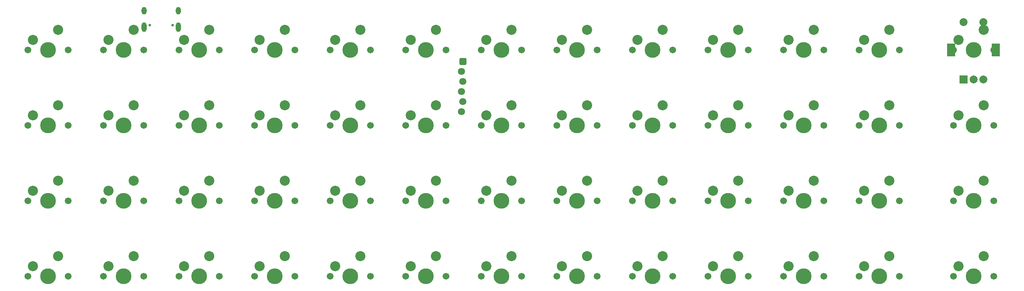
<source format=gts>
G04 #@! TF.GenerationSoftware,KiCad,Pcbnew,(5.1.4-0-10_14)*
G04 #@! TF.CreationDate,2021-10-03T12:43:46-05:00*
G04 #@! TF.ProjectId,lucy,6c756379-2e6b-4696-9361-645f70636258,rev?*
G04 #@! TF.SameCoordinates,Original*
G04 #@! TF.FileFunction,Soldermask,Top*
G04 #@! TF.FilePolarity,Negative*
%FSLAX46Y46*%
G04 Gerber Fmt 4.6, Leading zero omitted, Abs format (unit mm)*
G04 Created by KiCad (PCBNEW (5.1.4-0-10_14)) date 2021-10-03 12:43:46*
%MOMM*%
%LPD*%
G04 APERTURE LIST*
%ADD10C,2.540000*%
%ADD11C,1.701800*%
%ADD12C,3.987800*%
%ADD13R,2.000000X2.000000*%
%ADD14C,2.000000*%
%ADD15R,2.000000X3.200000*%
%ADD16C,0.100000*%
%ADD17C,1.803400*%
%ADD18O,1.300000X1.900000*%
%ADD19C,0.650000*%
%ADD20O,1.300000X2.400000*%
G04 APERTURE END LIST*
D10*
X316468185Y-69691370D03*
X322818185Y-67151370D03*
D11*
X325358185Y-72231370D03*
X315198185Y-72231370D03*
D12*
X320278185Y-72231370D03*
D10*
X121205625Y-50641250D03*
X127555625Y-48101250D03*
D11*
X130095625Y-53181250D03*
X119935625Y-53181250D03*
D12*
X125015625Y-53181250D03*
D10*
X316468185Y-107791530D03*
X322818185Y-105251530D03*
D11*
X325358185Y-110331530D03*
X315198185Y-110331530D03*
D12*
X320278185Y-110331530D03*
D13*
X317752725Y-60693950D03*
D14*
X320252725Y-60693950D03*
X322752725Y-60693950D03*
D15*
X314652725Y-53193950D03*
X325852725Y-53193950D03*
D14*
X317752725Y-46193950D03*
X322752725Y-46193950D03*
D16*
G36*
X192041441Y-55200471D02*
G01*
X192085206Y-55206963D01*
X192128125Y-55217713D01*
X192169783Y-55232619D01*
X192209779Y-55251536D01*
X192247729Y-55274282D01*
X192283266Y-55300638D01*
X192316049Y-55330351D01*
X192345762Y-55363134D01*
X192372118Y-55398671D01*
X192394864Y-55436621D01*
X192413781Y-55476617D01*
X192428687Y-55518275D01*
X192439437Y-55561194D01*
X192445929Y-55604959D01*
X192448100Y-55649150D01*
X192448100Y-56550850D01*
X192445929Y-56595041D01*
X192439437Y-56638806D01*
X192428687Y-56681725D01*
X192413781Y-56723383D01*
X192394864Y-56763379D01*
X192372118Y-56801329D01*
X192345762Y-56836866D01*
X192316049Y-56869649D01*
X192283266Y-56899362D01*
X192247729Y-56925718D01*
X192209779Y-56948464D01*
X192169783Y-56967381D01*
X192128125Y-56982287D01*
X192085206Y-56993037D01*
X192041441Y-56999529D01*
X191997250Y-57001700D01*
X191095550Y-57001700D01*
X191051359Y-56999529D01*
X191007594Y-56993037D01*
X190964675Y-56982287D01*
X190923017Y-56967381D01*
X190883021Y-56948464D01*
X190845071Y-56925718D01*
X190809534Y-56899362D01*
X190776751Y-56869649D01*
X190747038Y-56836866D01*
X190720682Y-56801329D01*
X190697936Y-56763379D01*
X190679019Y-56723383D01*
X190664113Y-56681725D01*
X190653363Y-56638806D01*
X190646871Y-56595041D01*
X190644700Y-56550850D01*
X190644700Y-55649150D01*
X190646871Y-55604959D01*
X190653363Y-55561194D01*
X190664113Y-55518275D01*
X190679019Y-55476617D01*
X190697936Y-55436621D01*
X190720682Y-55398671D01*
X190747038Y-55363134D01*
X190776751Y-55330351D01*
X190809534Y-55300638D01*
X190845071Y-55274282D01*
X190883021Y-55251536D01*
X190923017Y-55232619D01*
X190964675Y-55217713D01*
X191007594Y-55206963D01*
X191051359Y-55200471D01*
X191095550Y-55198300D01*
X191997250Y-55198300D01*
X192041441Y-55200471D01*
X192041441Y-55200471D01*
G37*
D17*
X191546400Y-56100000D03*
X191140000Y-58640000D03*
X191546400Y-61180000D03*
X191140000Y-63720000D03*
X191546400Y-66260000D03*
X191140000Y-68800000D03*
D18*
X111189825Y-43258627D03*
D19*
X112599825Y-46907627D03*
X118379825Y-46907627D03*
D18*
X119789825Y-43258627D03*
D20*
X119789825Y-47458627D03*
X111189825Y-47458627D03*
D12*
X320278125Y-53181250D03*
D11*
X315198125Y-53181250D03*
X325358125Y-53181250D03*
D10*
X322818125Y-48101250D03*
X316468125Y-50641250D03*
X316468185Y-88741450D03*
X322818185Y-86201450D03*
D11*
X325358185Y-91281450D03*
X315198185Y-91281450D03*
D12*
X320278185Y-91281450D03*
D10*
X83105625Y-50641250D03*
X89455625Y-48101250D03*
D11*
X91995625Y-53181250D03*
X81835625Y-53181250D03*
D12*
X86915625Y-53181250D03*
D10*
X102155625Y-50641250D03*
X108505625Y-48101250D03*
D11*
X111045625Y-53181250D03*
X100885625Y-53181250D03*
D12*
X105965625Y-53181250D03*
X144065625Y-53181250D03*
D11*
X138985625Y-53181250D03*
X149145625Y-53181250D03*
D10*
X146605625Y-48101250D03*
X140255625Y-50641250D03*
X159305625Y-50641250D03*
X165655625Y-48101250D03*
D11*
X168195625Y-53181250D03*
X158035625Y-53181250D03*
D12*
X163115625Y-53181250D03*
D10*
X178355625Y-50641250D03*
X184705625Y-48101250D03*
D11*
X187245625Y-53181250D03*
X177085625Y-53181250D03*
D12*
X182165625Y-53181250D03*
D10*
X197405625Y-50641250D03*
X203755625Y-48101250D03*
D11*
X206295625Y-53181250D03*
X196135625Y-53181250D03*
D12*
X201215625Y-53181250D03*
D10*
X216455625Y-50641250D03*
X222805625Y-48101250D03*
D11*
X225345625Y-53181250D03*
X215185625Y-53181250D03*
D12*
X220265625Y-53181250D03*
D10*
X235505625Y-50641250D03*
X241855625Y-48101250D03*
D11*
X244395625Y-53181250D03*
X234235625Y-53181250D03*
D12*
X239315625Y-53181250D03*
D10*
X254555625Y-50641250D03*
X260905625Y-48101250D03*
D11*
X263445625Y-53181250D03*
X253285625Y-53181250D03*
D12*
X258365625Y-53181250D03*
D10*
X273605625Y-50641250D03*
X279955625Y-48101250D03*
D11*
X282495625Y-53181250D03*
X272335625Y-53181250D03*
D12*
X277415625Y-53181250D03*
D10*
X292655625Y-50641250D03*
X299005625Y-48101250D03*
D11*
X301545625Y-53181250D03*
X291385625Y-53181250D03*
D12*
X296465625Y-53181250D03*
D10*
X83105625Y-69691250D03*
X89455625Y-67151250D03*
D11*
X91995625Y-72231250D03*
X81835625Y-72231250D03*
D12*
X86915625Y-72231250D03*
D10*
X102155625Y-69691250D03*
X108505625Y-67151250D03*
D11*
X111045625Y-72231250D03*
X100885625Y-72231250D03*
D12*
X105965625Y-72231250D03*
D10*
X121205625Y-69691250D03*
X127555625Y-67151250D03*
D11*
X130095625Y-72231250D03*
X119935625Y-72231250D03*
D12*
X125015625Y-72231250D03*
D10*
X140260799Y-69691250D03*
X146610799Y-67151250D03*
D11*
X149150799Y-72231250D03*
X138990799Y-72231250D03*
D12*
X144070799Y-72231250D03*
D10*
X159305625Y-69691250D03*
X165655625Y-67151250D03*
D11*
X168195625Y-72231250D03*
X158035625Y-72231250D03*
D12*
X163115625Y-72231250D03*
D10*
X178355625Y-69691250D03*
X184705625Y-67151250D03*
D11*
X187245625Y-72231250D03*
X177085625Y-72231250D03*
D12*
X182165625Y-72231250D03*
D10*
X197405625Y-69691250D03*
X203755625Y-67151250D03*
D11*
X206295625Y-72231250D03*
X196135625Y-72231250D03*
D12*
X201215625Y-72231250D03*
D10*
X216455625Y-69691250D03*
X222805625Y-67151250D03*
D11*
X225345625Y-72231250D03*
X215185625Y-72231250D03*
D12*
X220265625Y-72231250D03*
D10*
X235505625Y-69691250D03*
X241855625Y-67151250D03*
D11*
X244395625Y-72231250D03*
X234235625Y-72231250D03*
D12*
X239315625Y-72231250D03*
D10*
X254555625Y-69691250D03*
X260905625Y-67151250D03*
D11*
X263445625Y-72231250D03*
X253285625Y-72231250D03*
D12*
X258365625Y-72231250D03*
D10*
X273605625Y-69691250D03*
X279955625Y-67151250D03*
D11*
X282495625Y-72231250D03*
X272335625Y-72231250D03*
D12*
X277415625Y-72231250D03*
D10*
X292655625Y-69691250D03*
X299005625Y-67151250D03*
D11*
X301545625Y-72231250D03*
X291385625Y-72231250D03*
D12*
X296465625Y-72231250D03*
D10*
X83105625Y-88741250D03*
X89455625Y-86201250D03*
D11*
X91995625Y-91281250D03*
X81835625Y-91281250D03*
D12*
X86915625Y-91281250D03*
D10*
X102155625Y-88741250D03*
X108505625Y-86201250D03*
D11*
X111045625Y-91281250D03*
X100885625Y-91281250D03*
D12*
X105965625Y-91281250D03*
D10*
X121205625Y-88741250D03*
X127555625Y-86201250D03*
D11*
X130095625Y-91281250D03*
X119935625Y-91281250D03*
D12*
X125015625Y-91281250D03*
D10*
X140255625Y-88741250D03*
X146605625Y-86201250D03*
D11*
X149145625Y-91281250D03*
X138985625Y-91281250D03*
D12*
X144065625Y-91281250D03*
D10*
X159305625Y-88741250D03*
X165655625Y-86201250D03*
D11*
X168195625Y-91281250D03*
X158035625Y-91281250D03*
D12*
X163115625Y-91281250D03*
D10*
X178355625Y-88741250D03*
X184705625Y-86201250D03*
D11*
X187245625Y-91281250D03*
X177085625Y-91281250D03*
D12*
X182165625Y-91281250D03*
D10*
X216455625Y-88741250D03*
X222805625Y-86201250D03*
D11*
X225345625Y-91281250D03*
X215185625Y-91281250D03*
D12*
X220265625Y-91281250D03*
D10*
X235505625Y-88741250D03*
X241855625Y-86201250D03*
D11*
X244395625Y-91281250D03*
X234235625Y-91281250D03*
D12*
X239315625Y-91281250D03*
D10*
X254555625Y-88741250D03*
X260905625Y-86201250D03*
D11*
X263445625Y-91281250D03*
X253285625Y-91281250D03*
D12*
X258365625Y-91281250D03*
D10*
X273605625Y-88741250D03*
X279955625Y-86201250D03*
D11*
X282495625Y-91281250D03*
X272335625Y-91281250D03*
D12*
X277415625Y-91281250D03*
D10*
X83105625Y-107791250D03*
X89455625Y-105251250D03*
D11*
X91995625Y-110331250D03*
X81835625Y-110331250D03*
D12*
X86915625Y-110331250D03*
D10*
X102155625Y-107791250D03*
X108505625Y-105251250D03*
D11*
X111045625Y-110331250D03*
X100885625Y-110331250D03*
D12*
X105965625Y-110331250D03*
D10*
X121205625Y-107791250D03*
X127555625Y-105251250D03*
D11*
X130095625Y-110331250D03*
X119935625Y-110331250D03*
D12*
X125015625Y-110331250D03*
D10*
X140255625Y-107791250D03*
X146605625Y-105251250D03*
D11*
X149145625Y-110331250D03*
X138985625Y-110331250D03*
D12*
X144065625Y-110331250D03*
D10*
X159305625Y-107791250D03*
X165655625Y-105251250D03*
D11*
X168195625Y-110331250D03*
X158035625Y-110331250D03*
D12*
X163115625Y-110331250D03*
D10*
X178355625Y-107791250D03*
X184705625Y-105251250D03*
D11*
X187245625Y-110331250D03*
X177085625Y-110331250D03*
D12*
X182165625Y-110331250D03*
D10*
X216455625Y-107791250D03*
X222805625Y-105251250D03*
D11*
X225345625Y-110331250D03*
X215185625Y-110331250D03*
D12*
X220265625Y-110331250D03*
D10*
X235505625Y-107791250D03*
X241855625Y-105251250D03*
D11*
X244395625Y-110331250D03*
X234235625Y-110331250D03*
D12*
X239315625Y-110331250D03*
D10*
X254555625Y-107791250D03*
X260905625Y-105251250D03*
D11*
X263445625Y-110331250D03*
X253285625Y-110331250D03*
D12*
X258365625Y-110331250D03*
D10*
X273605625Y-107791250D03*
X279955625Y-105251250D03*
D11*
X282495625Y-110331250D03*
X272335625Y-110331250D03*
D12*
X277415625Y-110331250D03*
D10*
X197405625Y-88741250D03*
X203755625Y-86201250D03*
D11*
X206295625Y-91281250D03*
X196135625Y-91281250D03*
D12*
X201215625Y-91281250D03*
D10*
X197405625Y-107791250D03*
X203755625Y-105251250D03*
D11*
X206295625Y-110331250D03*
X196135625Y-110331250D03*
D12*
X201215625Y-110331250D03*
D10*
X292655625Y-88741250D03*
X299005625Y-86201250D03*
D11*
X301545625Y-91281250D03*
X291385625Y-91281250D03*
D12*
X296465625Y-91281250D03*
D10*
X292655625Y-107791250D03*
X299005625Y-105251250D03*
D11*
X301545625Y-110331250D03*
X291385625Y-110331250D03*
D12*
X296465625Y-110331250D03*
M02*

</source>
